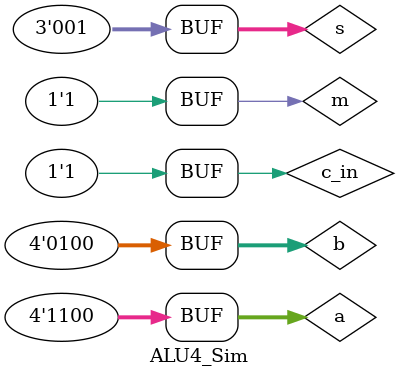
<source format=sv>
`timescale 1ns / 1ps

module ALU4_Sim( );
    logic       m, c_in, c_out;
    logic [2:0] s;
    logic [3:0] a, b, f;

    ALU alu(a, b, c_in, s, m, f, c_out);

    initial begin
        #0  m = 0;
            #0  s = 'b00; a = 8;
            #10 s = 'b01; a = 3; b = 'ha;
            #10 s = 'b10; a = 3; b = 'ha; 
            #10 s = 'b11; a = 3; b = 'ha;

        #10 m = 1;
            #0  s = 'b00; a = 5; b = 'ha; c_in = 0;
            #10 s = 'b00; a = 5; b = 'hb; c_in = 0; // 溢出
            #10 s = 'b00; a = 5; b = 'ha; c_in = 1;
            #10 s = 'b01; a = 'hc; b = 4; c_in = 0;
            #10 s = 'b01; a = 'hc; b = 4; c_in = 1;
    end
endmodule

</source>
